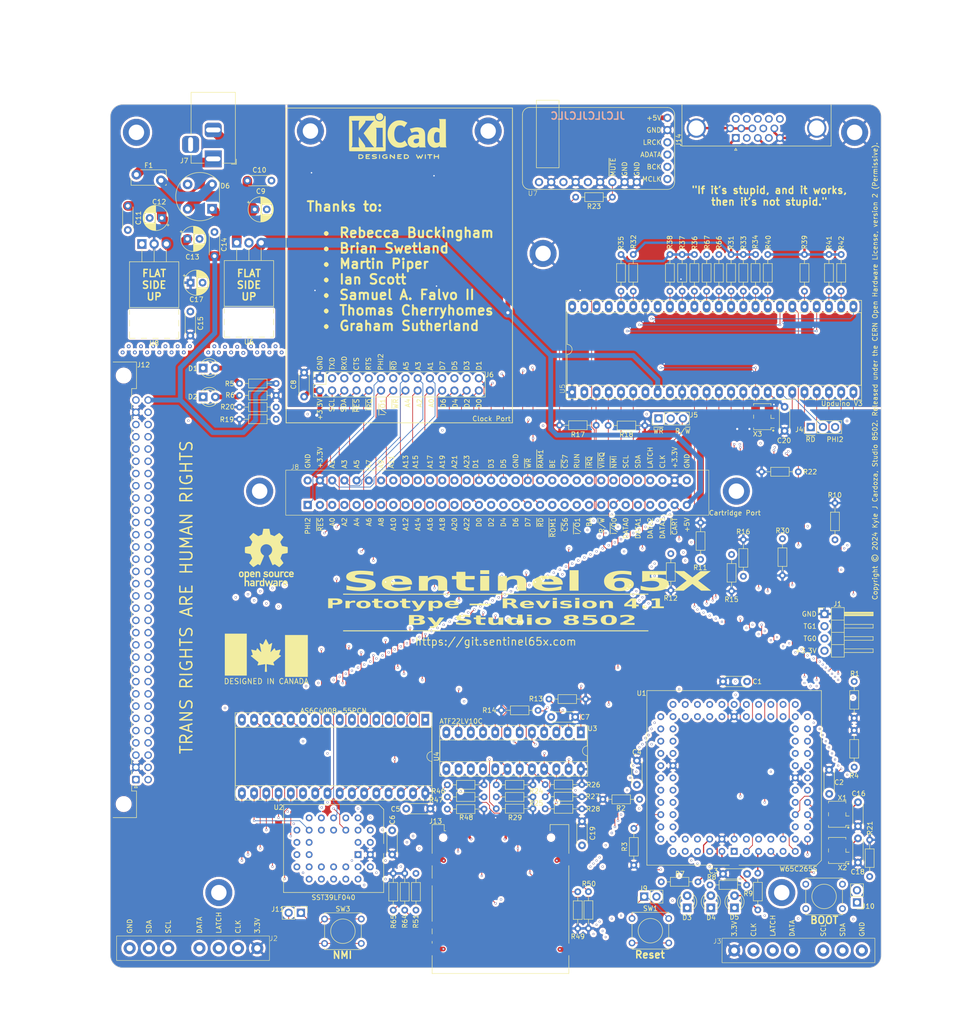
<source format=kicad_pcb>
(kicad_pcb
	(version 20240108)
	(generator "pcbnew")
	(generator_version "8.0")
	(general
		(thickness 1.6)
		(legacy_teardrops no)
	)
	(paper "A3")
	(layers
		(0 "F.Cu" signal "F.Cu (SMD)")
		(1 "In1.Cu" power "In1.Cu (GND)")
		(2 "In2.Cu" signal "In2.Cu (N-S)")
		(31 "B.Cu" signal "B.Cu (MISC)")
		(32 "B.Adhes" user "B.Adhesive")
		(33 "F.Adhes" user "F.Adhesive")
		(34 "B.Paste" user)
		(35 "F.Paste" user)
		(36 "B.SilkS" user "B.Silkscreen")
		(37 "F.SilkS" user "F.Silkscreen")
		(38 "B.Mask" user)
		(39 "F.Mask" user)
		(40 "Dwgs.User" user "User.Drawings")
		(41 "Cmts.User" user "User.Comments")
		(42 "Eco1.User" user "User.Eco1")
		(43 "Eco2.User" user "User.Eco2")
		(44 "Edge.Cuts" user)
		(45 "Margin" user)
		(46 "B.CrtYd" user "B.Courtyard")
		(47 "F.CrtYd" user "F.Courtyard")
		(48 "B.Fab" user)
		(49 "F.Fab" user)
		(50 "User.1" user)
		(51 "User.2" user)
		(52 "User.3" user)
		(53 "User.4" user)
		(54 "User.5" user)
		(55 "User.6" user)
		(56 "User.7" user)
		(57 "User.8" user)
		(58 "User.9" user)
	)
	(setup
		(stackup
			(layer "F.SilkS"
				(type "Top Silk Screen")
				(color "White")
			)
			(layer "F.Paste"
				(type "Top Solder Paste")
			)
			(layer "F.Mask"
				(type "Top Solder Mask")
				(color "Green")
				(thickness 0.01)
			)
			(layer "F.Cu"
				(type "copper")
				(thickness 0.035)
			)
			(layer "dielectric 1"
				(type "prepreg")
				(thickness 0.1)
				(material "FR4")
				(epsilon_r 4.5)
				(loss_tangent 0.02)
			)
			(layer "In1.Cu"
				(type "copper")
				(thickness 0.035)
			)
			(layer "dielectric 2"
				(type "core")
				(thickness 1.24)
				(material "FR4")
				(epsilon_r 4.5)
				(loss_tangent 0.02)
			)
			(layer "In2.Cu"
				(type "copper")
				(thickness 0.035)
			)
			(layer "dielectric 3"
				(type "prepreg")
				(thickness 0.1)
				(material "FR4")
				(epsilon_r 4.5)
				(loss_tangent 0.02)
			)
			(layer "B.Cu"
				(type "copper")
				(thickness 0.035)
			)
			(layer "B.Mask"
				(type "Bottom Solder Mask")
				(color "Green")
				(thickness 0.01)
			)
			(layer "B.Paste"
				(type "Bottom Solder Paste")
			)
			(layer "B.SilkS"
				(type "Bottom Silk Screen")
				(color "White")
			)
			(copper_finish "None")
			(dielectric_constraints no)
		)
		(pad_to_mask_clearance 0)
		(allow_soldermask_bridges_in_footprints no)
		(grid_origin 123.070534 52.442679)
		(pcbplotparams
			(layerselection 0x00010fc_ffffffff)
			(plot_on_all_layers_selection 0x0000000_00000000)
			(disableapertmacros no)
			(usegerberextensions no)
			(usegerberattributes yes)
			(usegerberadvancedattributes yes)
			(creategerberjobfile yes)
			(dashed_line_dash_ratio 12.000000)
			(dashed_line_gap_ratio 3.000000)
			(svgprecision 4)
			(plotframeref no)
			(viasonmask no)
			(mode 1)
			(useauxorigin no)
			(hpglpennumber 1)
			(hpglpenspeed 20)
			(hpglpendiameter 15.000000)
			(pdf_front_fp_property_popups yes)
			(pdf_back_fp_property_popups yes)
			(dxfpolygonmode yes)
			(dxfimperialunits yes)
			(dxfusepcbnewfont yes)
			(psnegative no)
			(psa4output no)
			(plotreference yes)
			(plotvalue yes)
			(plotfptext yes)
			(plotinvisibletext no)
			(sketchpadsonfab no)
			(subtractmaskfromsilk no)
			(outputformat 1)
			(mirror no)
			(drillshape 0)
			(scaleselection 1)
			(outputdirectory "production/")
		)
	)
	(net 0 "")
	(net 1 "GND")
	(net 2 "+3.3V")
	(net 3 "/A1")
	(net 4 "/A3")
	(net 5 "/A5")
	(net 6 "/A7")
	(net 7 "/A9")
	(net 8 "/A11")
	(net 9 "/A13")
	(net 10 "/A15")
	(net 11 "/A17")
	(net 12 "/A19")
	(net 13 "/A21")
	(net 14 "/A23")
	(net 15 "/D1")
	(net 16 "/D3")
	(net 17 "/D5")
	(net 18 "/~{WR}")
	(net 19 "/BE")
	(net 20 "/RUN")
	(net 21 "/~{IRQ}")
	(net 22 "/~{VIRQ}")
	(net 23 "/~{NMI}")
	(net 24 "/I2C_SCL")
	(net 25 "/I2C_SDA")
	(net 26 "/SNES_LATCH")
	(net 27 "/SNES_CLK")
	(net 28 "/PHI2")
	(net 29 "/~{RES}")
	(net 30 "/A0")
	(net 31 "/A2")
	(net 32 "/A4")
	(net 33 "/A6")
	(net 34 "/A8")
	(net 35 "/A10")
	(net 36 "/A12")
	(net 37 "/A14")
	(net 38 "/A16")
	(net 39 "/A18")
	(net 40 "/A20")
	(net 41 "/A22")
	(net 42 "/D0")
	(net 43 "/D2")
	(net 44 "/D4")
	(net 45 "/D6")
	(net 46 "/D7")
	(net 47 "/~{RD}")
	(net 48 "/~{CS}6")
	(net 49 "/~{I{slash}O}1")
	(net 50 "/BA")
	(net 51 "/R{slash}~{W}")
	(net 52 "/~{I{slash}O}0")
	(net 53 "/SNES_DATA0")
	(net 54 "/SNES_DATA1")
	(net 55 "/SNES_DATA2")
	(net 56 "/SNES_DATA3")
	(net 57 "/MOSI")
	(net 58 "/RTS")
	(net 59 "/CTS")
	(net 60 "/BL1")
	(net 61 "/~{BOOT_SEL}")
	(net 62 "/RXD")
	(net 63 "/TXD")
	(net 64 "/FCLK")
	(net 65 "/CLK")
	(net 66 "/SCK")
	(net 67 "/~{CS}4")
	(net 68 "/~{CS}5")
	(net 69 "/~{CS}7")
	(net 70 "/~{FPGA_RESET}")
	(net 71 "/CDONE")
	(net 72 "/MISO")
	(net 73 "/~{SD_SS}")
	(net 74 "/~{ROM}0")
	(net 75 "/~{RAM}0")
	(net 76 "Net-(D1-A)")
	(net 77 "Net-(D3-A)")
	(net 78 "/~{RAM}1")
	(net 79 "/~{ROM}1")
	(net 80 "/VERA_18")
	(net 81 "+5V")
	(net 82 "/SYSCLK")
	(net 83 "/R0")
	(net 84 "/R2")
	(net 85 "/R1")
	(net 86 "/G0")
	(net 87 "/R3")
	(net 88 "/G2")
	(net 89 "/G1")
	(net 90 "/B0")
	(net 91 "/G3")
	(net 92 "/B2")
	(net 93 "/B1")
	(net 94 "/HSYNC")
	(net 95 "/B3")
	(net 96 "/VSYNC")
	(net 97 "/BCK")
	(net 98 "/ADATA")
	(net 99 "/LRCK")
	(net 100 "/BLUE")
	(net 101 "/GREEN")
	(net 102 "/RED")
	(net 103 "Net-(D2-A)")
	(net 104 "Net-(D4-A)")
	(net 105 "Net-(D5-A)")
	(net 106 "/BL2")
	(net 107 "/BL3")
	(net 108 "/VERA_7")
	(net 109 "Net-(D6-+)")
	(net 110 "unconnected-(J7-MountPin-Pad3)")
	(net 111 "unconnected-(J12-Pin_b31-Padb31)")
	(net 112 "Net-(J13-DAT1)")
	(net 113 "Net-(J13-DAT2)")
	(net 114 "unconnected-(J14-Pad11)")
	(net 115 "unconnected-(J14-Pad4)")
	(net 116 "unconnected-(J14-Pad15)")
	(net 117 "unconnected-(J14-Pad9)")
	(net 118 "unconnected-(U1A-~{FCLKO}-Pad15)")
	(net 119 "unconnected-(U1A-RUN-Pad14)")
	(net 120 "unconnected-(U1A-BA-Pad21)")
	(net 121 "unconnected-(U1A-~{CLKO}-Pad19)")
	(net 122 "unconnected-(U5-+3.3V-Pad9)")
	(net 123 "unconnected-(U5-FLASH_MISO-Pad45)")
	(net 124 "unconnected-(U5-CLK_12M_EXT-Pad41)")
	(net 125 "unconnected-(U5-FT_SCK-Pad47)")
	(net 126 "unconnected-(U5-~{FT_SS}-Pad48)")
	(net 127 "unconnected-(U5-FLASH_MOSI-Pad46)")
	(net 128 "unconnected-(U5-VIO-Pad2)")
	(net 129 "unconnected-(J14-Pad12)")
	(net 130 "unconnected-(U3-IN-Pad13)")
	(net 131 "unconnected-(U3-I{slash}O-Pad16)")
	(net 132 "unconnected-(U3-I{slash}O-Pad15)")
	(net 133 "unconnected-(U3-I{slash}O-Pad17)")
	(net 134 "unconnected-(U3-I{slash}O-Pad14)")
	(net 135 "unconnected-(U7-A3V3-Pad11)")
	(net 136 "unconnected-(U7-ROUT-Pad9)")
	(net 137 "/~{CART}")
	(net 138 "/~{SD_WP}")
	(net 139 "/~{SD_CD}")
	(net 140 "unconnected-(U7-LOUT-Pad7)")
	(net 141 "/~{MUTE}")
	(net 142 "/TG0")
	(net 143 "/TG1")
	(net 144 "Net-(D6-Pad4)")
	(net 145 "Net-(D6-Pad2)")
	(net 146 "Net-(F1-Pad1)")
	(net 147 "Net-(J14-Pad13)")
	(net 148 "Net-(J14-Pad14)")
	(footprint "Resistor_THT:R_Axial_DIN0204_L3.6mm_D1.6mm_P7.62mm_Horizontal" (layer "F.Cu") (at 218.023531 149.586827 90))
	(footprint "Resistor_THT:R_Axial_DIN0204_L3.6mm_D1.6mm_P7.62mm_Horizontal" (layer "F.Cu") (at 156.55 197.875))
	(footprint "Capacitor_THT:C_Disc_D4.3mm_W1.9mm_P5.00mm" (layer "F.Cu") (at 195.918531 187.826827 -90))
	(footprint "Resistor_THT:R_Axial_DIN0204_L3.6mm_D1.6mm_P7.62mm_Horizontal" (layer "F.Cu") (at 207.855852 82.822679 -90))
	(footprint "Resistor_THT:R_Axial_DIN0204_L3.6mm_D1.6mm_P7.62mm_Horizontal" (layer "F.Cu") (at 202.775852 82.822679 -90))
	(footprint "Capacitor_THT:C_Disc_D4.3mm_W1.9mm_P5.00mm" (layer "F.Cu") (at 241.828173 208.96 90))
	(footprint "Resistor_THT:R_Axial_DIN0204_L3.6mm_D1.6mm_P7.62mm_Horizontal" (layer "F.Cu") (at 229.434306 127.897878 180))
	(footprint "Resistor_THT:R_Axial_DIN0204_L3.6mm_D1.6mm_P7.62mm_Horizontal" (layer "F.Cu") (at 188.846198 195.85349))
	(footprint "Symbol:OSHW-Logo_11.4x12mm_SilkScreen" (layer "F.Cu") (at 118.942135 145.687679))
	(footprint "Resistor_THT:R_Axial_DIN0204_L3.6mm_D1.6mm_P7.62mm_Horizontal" (layer "F.Cu") (at 210.395852 82.822679 -90))
	(footprint "Capacitor_THT:C_Disc_D4.3mm_W1.9mm_P5.00mm" (layer "F.Cu") (at 184.518267 200.4066 -90))
	(footprint "Resistor_THT:R_Axial_DIN0204_L3.6mm_D1.6mm_P7.62mm_Horizontal" (layer "F.Cu") (at 175.381704 177.395358 180))
	(footprint "Connector:SNES Controller Port (Female, 90º, THT)" (layer "F.Cu") (at 101.832102 226.745 180))
	(footprint "Capacitor_THT:C_Disc_D4.3mm_W1.9mm_P5.00mm" (layer "F.Cu") (at 90.193531 72.741827 -90))
	(footprint "Connector_PinHeader_2.54mm:PinHeader_1x04_P2.54mm_Horizontal" (layer "F.Cu") (at 234.87 157.4))
	(footprint "Capacitor_THT:C_Disc_D4.3mm_W1.9mm_P5.00mm" (layer "F.Cu") (at 226.588173 119.423531 90))
	(footprint "Connector_Card:SD_Hirose_DM1AA_SF_PEJ82" (layer "F.Cu") (at 167.589126 216.546139))
	(footprint "Connector_BarrelJack:BarrelJack_Horizontal" (layer "F.Cu") (at 107.928531 62.981827 -90))
	(footprint "MountingHole:MountingHole_3.2mm_M3_DIN965_Pad" (layer "F.Cu") (at 128.117172 57.207679))
	(footprint "Resistor_THT:R_Axial_DIN0204_L3.6mm_D1.6mm_P7.62mm_Horizontal" (layer "F.Cu") (at 166.71 195.36))
	(footprint "Capacitor_THT:C_Disc_D4.3mm_W1.9mm_P5.00mm" (layer "F.Cu") (at 241.828173 201.453531 90))
	(footprint "Capacitor_THT:C_Disc_D4.3mm_W1.9mm_P5.00mm" (layer "F.Cu") (at 103.177518 99.659624 90))
	(footprint "Connector_PinHeader_2.54mm:PinHeader_1x02_P2.54mm_Vertical" (layer "F.Cu") (at 241.623621 217.254071 180))
	(footprint "Oscillator:Oscillator_SMD_EuroQuartz_XO53-4Pin_5.0x3.2mm_HandSoldering" (layer "F.Cu") (at 221.955852 116.463392 90))
	(footprint "Connector_DIN:DIN41612_Q_2x32_Female_Horizontal_THT"
		(layer "F.Cu")
		(uuid "4796905e-545d-47e7-ab3c-4a0391ef238b")
		(at 91.870035 191.757726 90)
		(descr "DIN41612 connector, type Q, Horizontal, 2 rows 32 pins wide, https://www.erni-x-press.com/de/downloads/kataloge/englische_kataloge/erni-din41612-iec60603-2-e.pdf")
		(tags "DIN 41612 IEC 60603 Q")
		(property "Reference" "J12"
			(at 86.035275 1.575998 180)
			(layer "F.SilkS")
			(uuid "3147520f-efe1-47e3-83c3-f1cbfa6f40da")
			(effects
				(font
					(size 1 1)
					(thickness 0.15)
				)
			)
		)
		(property "Value" "2x32 2.54mm Card Edge Connector"
			(at 39.37 5.08 90)
			(layer "F.Fab")
			(uuid "460ab21f-55ac-4006-88f6-2a4fcd5f48d4")
			(effects
				(font
					(size 1 1)
					(thickness 0.15)
				)
			)
		)
		(property "Footprint" "Connector_DIN:DIN41612_Q_2x32_Female_Horizontal_THT"
			(at 0 0 90)
			(unlocked yes)
			(layer "F.Fab")
			(hide yes)
			(uuid "68b91694-c84d-416f-8be9-4d102803f0a5")
			(effects
				(font
					(size 1.27 1.27)
				)
			)
		)
		(property "Datasheet" ""
			(at 0 0 90)
			(unlocked yes)
			(layer "F.Fab")
			(hide yes)
			(uuid "a5472bb5-8749-4a9c-a9fc-6ef21a2866c8")
			(effects
				(font
					(size 1.27 1.27)
				)
			)
		)
		(property "Description" ""
			(at 0 0 90)
			(unlocked yes)
			(layer "F.Fab")
			(hide yes)
			(uuid "b8541c19-48a0-4b35-ab92-b95b147f1475")
			(effects
				(font
					(size 1.27 1.27)
				)
			)
		)
		(property ki_fp_filters "Connector*:*_2x??_*")
		(path "/4681393f-742b-42eb-929f-821923816de7")
		(sheetname "Root")
		(sheetfile "Prototype 4 (PTH).kicad_sch")
		(attr through_hole)
		(fp_line
			(start 86.63 -4.74)
			(end 86.63 0.12)
			(stroke
				(width 0.12)
				(type solid)
			)
			(layer "F.SilkS")
			(uuid "e37bfdbe-aa4e-4e7a-b38c-4084bd7aa22b")
		)
		(fp_line
			(start -7.89 -4.74)
			(end -7.89 0.12)
			(stroke
				(width 0.12)
				(type solid)
			)
			(layer "F.SilkS")
			(uuid "9a11338f-9221-4ff0-b08b-cb3fdd09c15c")
		)
		(fp_line
			(start 79.48 -0.88)
			(end 81.11 -0.88)
			(stroke
				(width 0.12)
				(type solid)
			)
			(layer "F.SilkS")
			(uuid "a8f5956e-cb54-4e72-be0c-1173d4e57dd0")
		)
		(fp_line
			(start 76.94 -0.88)
			(end 78.001 -0.88)
			(stroke
				(width 0.12)
				(type solid)
			)
			(layer "F.SilkS")
			(uuid "c7d771dc-4f4a-43af-bb90-a41b477b51b5")
		)
		(fp_line
			(start 74.4 -0.88)
			(end 75.461 -0.88)
			(stroke
				(width 0.12)
				(type solid)
			)
			(layer "F.SilkS")
			(uuid "b93afc94-c560-4a43-8f70-1f2b7ebeca0b")
		)
		(fp_line
			(start 71.86 -0.88)
			(end 72.921 -0.88)
			(stroke
				(width 0.12)
				(type solid)
			)
			(layer "F.SilkS")
			(uuid "b82bd271-e7ec-4b75-9c96-486950168262")
		)
		(fp_line
			(start 69.32 -0.88)
			(end 70.381 -0.88)
			(stroke
				(width 0.12)
				(type solid)
			)
			(layer "F.SilkS")
			(uuid "1e7bd1cd-7cc4-47bb-8f68-12c1e7e5d43f")
		)
		(fp_line
			(start 66.78 -0.88)
			(end 67.841 -0.88)
			(stroke
				(width 0.12)
				(type solid)
			)
			(layer "F.SilkS")
			(uuid "5991fe22-b272-4730-8e8b-f9c13b45f09d")
		)
		(fp_line
			(start 64.24 -0.88)
			(end 65.301 -0.88)
			(stroke
				(width 0.12)
				(type solid)
			)
			(layer "F.SilkS")
			(uuid "eaa8f3fc-efe6-408a-ba21-62fe624f950c")
		)
		(fp_line
			(start 61.7 -0.88)
			(end 62.761 -0.88)
			(stroke
				(width 0.12)
				(type solid)
			)
			(layer "F.SilkS")
			(uuid "bd3e0d16-6c41-4ef7-9098-e736cd66e7cb")
		)
		(fp_line
			(start 59.16 -0.88)
			(end 60.221 -0.88)
			(stroke
				(width 0.12)
				(type solid)
			)
			(layer "F.SilkS")
			(uuid "b6b58201-5667-496b-97e8-207e01d90c32")
		)
		(fp_line
			(start 56.62 -0.88)
			(end 57.681 -0.88)
			(stroke
				(width 0.12)
				(type solid)
			)
			(layer "F.SilkS")
			(uuid "63fc2212-d4cb-455a-9a45-f0534e22a748")
		)
		(fp_line
			(start 54.08 -0.88)
			(end 55.141 -0.88)
			(stroke
				(width 0.12)
				(type solid)
			)
			(layer "F.SilkS")
			(uuid "4f470925-3942-4bcf-8b70-918205bb2657")
		)
		(fp_line
			(start 51.54 -0.88)
			(end 52.601 -0.88)
			(stroke
				(width 0.12)
				(type solid)
			)
			(layer "F.SilkS")
			(uuid "428a7cb4-cf53-4442-90e7-3eb48fe2ada7")
		)
		(fp_line
			(start 49 -0.88)
			(end 50.061 -0.88)
			(stroke
				(width 0.12)
				(type solid)
			)
			(layer "F.SilkS")
			(uuid "ca9bab21-2283-439c-81d9-abb80a57487e")
		)
		(fp_line
			(start 46.46 -0.88)
			(end 47.521 -0.88)
			(stroke
				(width 0.12)
				(type solid)
			)
			(layer "F.SilkS")
			(uuid "f4747bc9-766c-42ac-a57a-840c33a83526")
		)
		(fp_line
			(start 43.92 -0.88)
			(end 44.981 -0.88)
			(stroke
				(width 0.12)
				(type solid)
			)
			(layer "F.SilkS")
			(uuid "153079a4-7c0e-472a-bdb4-f246130071ff")
		)
		(fp_line
			(start 41.38 -0.88)
			(end 42.441 -0.88)
			(stroke
				(width 0.12)
				(type solid)
			)
			(layer "F.SilkS")
			(uuid "13043880-ab7a-4f11-aee2-5fe5129379b6")
		)
		(fp_line
			(start 38.84 -0.88)
			(end 39.901 -0.88)
			(stroke
				(width 0.12)
				(type solid)
			)
			(layer "F.SilkS")
			(uuid "59e1ae9e-9138-4ef4-a94f-23211b0b6c04")
		)
		(fp_line
			(start 36.3 -0.88)
			(end 37.361 -0.88)
			(stroke
				(width 0.12)
				(type solid)
			)
			(layer "F.SilkS")
			(uuid "6d7808c5-092d-4537-8129-ff5e054b5e1b")
		)
		(fp_line
			(start 33.76 -0.88)
			(end 34.821 -0.88)
			(stroke
				(width 0.12)
				(type solid)
			)
			(layer "F.SilkS")
			(uuid "165ead0c-e983-4065-8275-b820538d1d0e")
		)
		(fp_line
			(start 31.22 -0.88)
			(end 32.281 -0.88)
			(stroke
				(width 0.12)
				(type solid)
			)
			(layer "F.SilkS")
			(uuid "21c0ecf0-3cef-4285-afdb-bfe875b62ca2")
		)
		(fp_line
			(start 28.68 -0.88)
			(end 29.741 -0.88)
			(stroke
				(width 0.12)
				(type solid)
			)
			(layer "F.SilkS")
			(uuid "6b4c2ef8-2be8-4712-aed1-ca0a5146b3c6")
		)
		(fp_line
			(start 26.14 -0.88)
			(end 27.201 -0.88)
			(stroke
				(width 0.12)
				(type solid)
			)
			(layer "F.SilkS")
			(uuid "99d5b90f-c589-43fc-90a7-9ebb015452c4")
		)
		(fp_line
			(start 23.6 -0.88)
			(end 24.661 -0.88)
			(stroke
				(width 0.12)
				(type solid)
			)
			(layer "F.SilkS")
			(uuid "310e7125-fdea-47fa-95dd-409c530131b1")
		)
		(fp_line
			(start 21.06 -0.88)
			(end 22.121 -0.88)
			(stroke
				(width 0.12)
				(type solid)
			)
			(layer "F.SilkS")
			(uuid "0a312960-4e97-4a6e-a109-263cf849ae87")
		)
		(fp_line
			(start 18.52 -0.88)
			(end 19.581 -0.88)
			(stroke
				(width 0.12)
				(type solid)
			)
			(layer "F.SilkS")
			(uuid "15f3ecbe-0e26-484f-bfde-7c122ccf50e5")
		)
		(fp_line
			(start 15.98 -0.88)
			(end 17.041 -0.88)
			(stroke
				(width 0.12)
				(type solid)
			)
			(layer "F.SilkS")
			(uuid "00c8c7bf-d724-4f17-ae64-36370505aa84")
		)
		(fp_line
			(start 13.44 -0.88)
			(end 14.501 -0.88)
			(stroke
				(width 0.12)
				(type solid)
			)
			(layer "F.SilkS")
			(uuid "4b8b8d2b-3acd-47f3-91f8-33624928e597")
		)
		(fp_line
			(start 10.9 -0.88)
			(end 11.961 -0.88)
			(stroke
				(width 0.12)
				(type solid)
			)
			(layer "F.SilkS")
			(uuid "5739cbd1-b417-4418-9ae3-79dd21919146")
		)
		(fp_line
			(start 8.36 -0.88)
			(end 9.421 -0.88)
			(stroke
				(width 0.12)
				(type solid)
			)
			(layer "F.SilkS")
			(uuid "dfb1be9b-6235-4c7f-9909-4204ec5a7909")
		)
		(fp_line
			(start 5.82 -0.88)
			(end 6.881 -0.88)
			(stroke
				(width 0.12)
				(type solid)
			)
			(layer "F.SilkS")
			(uuid "cc7cb10c-392f-436d-ad86-dbb1de4eaa44")
		)
		(fp_line
			(start 3.28 -0.88)
			(end 4.341 -0.88)
			(stroke
				(width 0.12)
				(type solid)
			)
			(layer "F.SilkS")
			(uuid "7668026d-57d6-454c-9849-4d1b10728812")
		)
		(fp_line
			(start 1.095 -0.88)
			(end 1.801 -0.88)
			(stroke
				(width 0.12)
				(type solid)
			)
			(layer "F.SilkS")
			(uuid "eae06709-634d-4934-bf7f-eeee23dbe72e")
		)
		(fp_line
			(start -2.371 -0.88)
			(end -1.095 -0.88)
			(stroke
				(width 0.12)
				(type solid)
			)
			(layer "F.SilkS")
			(uuid "c553fa5f-b93d-4b3e-9050-0eaacdb56e5d")
		)
		(fp_line
			(start -1.695 -0.3)
			(end -1.695 0.3)
			(stroke
				(width 0.12)
				(type solid)
			)
			(layer "F.SilkS")
			(uuid "9d553236-9264-4420-9fdd-c999c1bbc1f2")
		)
		(fp_line
			(start -1.095 0)
			(end -1.695 -0.3)
			(stroke
				(width 0.12)
				(type solid)
			)
			(layer "F.SilkS")
			(uuid "05ee797a-5816-4a83-8976-de64683f0a4a")
		)
		(fp_line
			(start 86.63 0.12)
			(end 81.11 0.12)
			(stroke
				(width 0.12)
				(type solid)
			)
			(layer "F.SilkS")
			(uuid "e521e747-6226-48e7-87c8-615a2f7dc7fd")
		)
		(fp_line
			(start 81.11 0.12)
			(end 81.11 -0.88)
			(stroke
				(width 0.12)
				(type solid)
			)
			(layer "F.SilkS")
			(uuid "2b3769c8-ad86-4991-a496-3a2461e09e0a")
		)
		(fp_line
			(start -2.37 0.12)
			(end -2.37 -0.88)
			(stroke
				(width 0.12)
				(type solid)
			)
			(layer "F.SilkS")
			(uuid "3c189594-2d59-44d3-9762-2af6e530ebd1")
		)
		(fp_line
			(start -7.89 0.12)
			(end -2.37 0.12)
			(stroke
				(width 0.12)
				(type solid)
			)
			(layer "F.SilkS")
			(uuid "b74117f4-b35b-4e2e-8039-5616ac102d34")
		)
		(fp_line
			(start -1.695 0.3)
			(end -1.095 0)
			(stroke
				(width 0.12)
				(type solid)
			)
			(layer "F.SilkS")
			(uuid "3adb8fe0-fd50-4e63-a537-ea7f93227d38")
		)
		(fp_line
			(start -7.63 -5.3)
			(end 86.37 -5.3)
			(stroke
				(width 0.08)
				(type solid)
			)
			(layer "Dwgs.User")
			(uuid "01d4773a-e5ab-4b90-86df-7724416afb4e")
		)
		(fp_line
			(start 39.17 -5.9)
			(end 39.37 -5.4)
			(stroke
				(width 0.1)
				(type solid)
			)
			(layer "Cmts.User")
			(uuid "c11294b0-6452-455a-9e73-b24b81dc232a")
		)
		(fp_line
			(start 39.37 -5.4)
			(end 39.37 -6.7)
			(stroke
				(width 0.1)
				(type solid)
			)
			(layer "Cmts.User")
			(uuid "f0ef1bc5-54e8-4a8f-bac5-b86b9b3eef09")
		)
		(fp_line
			(start 39.37 -5.4)
			(end 39.57 -5.9)
			(stroke
				(width 0.1)
				(type solid)
			)
			(layer "Cmts.User")
			(uuid "6d810a53-ce8d-4ec8-b6db-eeff04c92f07")
		)
		(fp_line
			(start 86.87 -13.23)
			(end -8.13 -13.23)
			(stroke
				(width 0.05)
				(type solid)
			)
			(layer "F.CrtYd")
			(uuid "6d5e5cc6-12a2-407c-ab3f-c21df615bcc9")
		)
		(fp_line
			(start -8.13 -13.23)
			(end -8.13 0.37)
			(stroke
				(width 0.05)
				(type solid)
			)
			(layer "F.CrtYd")
			(uuid "ae86f865-f12e-4a82-b568-2c5c54a4c9a7")
		)
		(fp_line
			(start 86.87 0.37)
			(end 86.87 -13.23)
			(stroke
				(width 0.05)
				(type solid)
			)
			(layer "F.CrtYd")
			(uuid "a401a59d-8df3-426e-b78a-65fa1901ecc8")
		)
		(fp_line
			(start 80.02 0.37)
			(end 86.87 0.37)
			(stroke
				(width 0.05)
				(type solid)
			)
			(layer "F.CrtYd")
			(uuid "ae76c34b-7004-477a-a1d3-3d03405947b3")
		)
		(fp_line
			(start -1.27 0.37)
			(end -1.27 3.82)
			(stroke
				(width 0.05)
				(type solid)
			)
			(layer "F.CrtYd")
			(uuid "e403e15b-e0c1-4fad-91ba-6620508eaf51")
		)
		(fp_line
			(start -8.13 0.37)
			(end -1.27 0.37)
			(stroke
				(width 0.05)
				(type solid)
			)
			(layer "F.CrtYd")
			(uuid "bdcebc08-9438-4896-bc18-2cfd903feef6")
		)
		(fp_line
			(start 80.02 3.82)
			(end 80.02 0.37)
			(stroke
				(width 0.05)
				(type solid)
			)
			(layer "F.CrtYd")
			(uuid "3e114955-cf8f-42dc-b2ba-f1ee168c9281")
		)
		(fp_line
			(start -1.27 3.82)
			(end 80.02 3.82)
			(stroke
				(width 0.05)
				(type solid)
			)
			(layer "F.CrtYd")
			(uuid "818444f8-5a4d-4c8f-9239-be44b60f1f17")
		)
		(fp_line
			(start 83.12 -12.74)
			(end -4.38 -12.74)
			(stroke
				(width 0.1)
				(type solid)
			)
			(layer "F.Fab")
			(uuid "f56fccbf-b980-4922-bb7a-da7b0946fd55")
		)
		(fp_line
			(start -4.38 -12.74)
			(end -4.38 -6.74)
			(stroke
				(width 0.1)
				(type solid)
			)
			(layer "F.Fab")
			(uuid "793323a6-cf22-4daf-8755-2f8f3011e990")
		)
		(fp_line
			(start 86.37 -6.74)
			(end 83.12 -6.74)
			(stroke
				(width 0.1)
				(type solid)
			)
			(layer "F.Fab")
			(uuid "aae55c40-0450-4d0c-a378-4690ee3a0959")
		)
		(fp_line
			(start 83.12 -6.74)
			(end 83.12 -12.74)
			(stroke
				(width 0.1)
				(type solid)
			)
			(layer "F.Fab")
			(uuid "ea973c53-f7f3-41e5-9f6c-939a0e4acefb")
		)
		(fp_line
			(start -4.38 -6.74)
			(end -7.63 -6.74)
			(stroke
				(width 0.1)
				(type solid)
			)
			(layer "F.Fab")
			(uuid "4f5fc12d-1ae4-4539-95f3-eca0a92fddca")
		)
		(fp_line
			(start -7.63 -6.74)
			(end -7.63 -0.14)
			(stroke
				(width 0.1)
				(type solid)
			)
			(layer "F.Fab")
			(uuid "3a0db69c-3f14-4200-8b2b-e4d68deef3d1")
		)
		(fp_line
			(start 0.5 -2.04)
			(end 0 -1.34)
			(stroke
				(width 0.1)
				(type solid)
			)
			(layer "F.Fab")
			(uuid "b90edce4-dbf7-489e-ab0e-a6f0f8bb7591")
		)
		(fp_line
			(start -0.5 -2.04)
			(end 0.5 -2.04)
			(stroke
				(width 0.1)
				(type solid)
			)
			(layer "F.Fab")
			(uuid "bf39c712-9129-444c-9dde-c1304cfd853c")
		)
		(fp_line
			(start 0 -1.34)
			(end -0.5 -2.04)
			(stroke
				(width 0.1)
				(type solid)
			)
			(layer "F.Fab")
			(uuid "53f3ed1c-1de9-46fa-9099-4ddfc96e7e3b")
		)
		(fp_line
			(start 81.37 -1.14)
			(end 81.37 -0.14)
			(stroke
				(width 0.1)
				(type solid)
			)
			(layer "F.Fab")
			(uuid "44ea264a-484e-45ae-8b8d-ece22adbfb9b")
		)
		(fp_line
			(start -2.63 -1.14)
			(end 81.37 -1.14)
			(stroke
				(width 0.1)
				(type solid)
			)
			(layer "F.Fab")
			(uuid "569739db-6dab-4071-a2b5-617dd29ce745")
		)
		(fp_line
			(start 86.37 -0.14)
			(end 86.37 -6.74)
			(stroke
				(width 0.1)
				(type solid)
			)
			(layer "F.Fab")
			(uuid "c3d11073-ebfc-4c36-ae1e-669928ee98d8")
		)
		(fp_line
			(start 81.37 -0.14)
			(end 86.37 -0.14)
			(stroke
				(width 0.1)
				(type solid)
			)
			(layer "F.Fab")
			(uuid "8fc77ef0-36ed-41a4-a2dc-f4d9d0385365")
		)
		(fp_line
			(start -2.63 -0.14)
			(end -2.63 -1.14)
			(stroke
				(width 0.1)
				(type solid)
			)
			(layer "F.Fab")
			(uuid "315a0838-fabf-480b-80bc-28303e309f3d")
		)
		(fp_line
			(start -7.63 -0.14)
			(end -2.63 -0.14)
			(stroke
				(width 0.1)
				(type solid)
			)
			(layer "F.Fab")
			(uuid "7d920841-39e6-4de4-a77e-c55a73aadc89")
		)
		(fp_text user "Board edge"
			(at 39.37 -7.3 90)
			(layer "Cmts.User")
			(uuid "0bbed01b-54e9-408e-bdc9-4bc5007b399e")
			(effects
				(font
					(size 0.7 0.7)
					(thickness 0.1)
				)
			)
		)
		(fp_text user "${REFERENCE}"
			(at 39.37 -2.54 90)
			(layer "F.Fab")
			(uuid "dbaf2fbb-e03b-407c-9582-2f7df9a5bfbe")
			(effects
				(font
					(size 1 1)
					(thickness 0.15)
				)
			)
		)
		(pad "" np_thru_hole circle
			(at -5.08 -2.54 90)
			(size 2.85 2.85)
			(drill 2.85)
			(layers "*.Cu" "*.Mask")
			(uuid "4bf94aad-3f8a-484b-8a8a-92bec71d1cf0")
		)
		(pad "" np_thru_hole circle
			(at 83.82 -2.54 90)
			(size 2.85 2.85)
			(drill 2.85)
			(layers "*.Cu" "*.Mask")
			(uuid "fdc44e25-182a-413a-b071-dc01ec0b62d0")
		)
		(pad "a1" thru_hole roundrect
			(at 0 0 90)
			(size 1.55 1.55)
			(drill 1)
			(layers "*.Cu" "*.Mask")
			(remove_unused_layers no)
			(roundrect_rratio 0.16129)
			(net 1 "GND")
			(pinfunction "Pin_a1")
			(pintype "passive")
			(uuid "b6a27308-e759-4291-b18c-305f8fee13ea")
		)
		(pad "a2" thru_hole circle
			(at 2.54 0 90)
			(size 1.55 1.55)
			(drill 1)
			(layers "*.Cu" "*.Mask")
			(remove_unused_layers no)
			(net 2 "+3.3V")
			(pinfunction "Pin_a2")
			(pintype "passive")
			(uuid "9415aa9f-b803-4eea-94fe-2eb4c38718c1")
		)
		(pad "a3" thru_hole circle
			(at 5.08 0 90)
			(size 1.55 1.55)
			(drill 1)
			(layers "*.Cu" "*.Mask")
			(remove_unused_layers no)
			(net 3 "/A1")
			(pinfunction "Pin_a3")
			(pintype "passive")
			(uuid "744759c2-4fa2-4ea3-a14a-0ab8a34c3e74")
		)
		(pad "a4" thru_hole circle
			(at 7.62 0 90)
			(size 1.55 1.55)
			(drill 1)
			(layers "*.Cu" "*.Mask")
			(remove_unused_layers no)
			(net 4 "/A3")
			(pinfunction "Pin_a4")
			(pintype "passive")
			(uuid "567a3b6c-5f98-437e-8c94-92a75519b790")
		)
		(pad "a5" thru_hole circle
			(at 10.16 0 90)
			(size 1.55 1.55)
			(drill 1)
			(layers "*.Cu" "*.Mask")
			(remove_unused_layers no)
			(net 5 "/A5")
			(pinfunction "Pin_a5")
			(pintype "passive")
			(uuid "7fa3b9aa-6933-46ac-8e49-a10d7185bea6")
		)
		(pad "a6" thru_hole circle
			(at 12.7 0 90)
			(size 1.55 1.55)
			(drill 1)
			(layers "*.Cu" "*.Mask")
			(remove_unused_layers no)
			(net 6 "/A7")
			(pinfunction "Pin_a6")
			(pintype "passive")
			(uuid "4978d0e0-b16d-457a-890d-79b4090414bd")
		)
		(pad "a7" thru_hole circle
			(at 15.24 0 90)
			(size 1.55 1.55)
			(drill 1)
			(layers "*.Cu" "*.Mask")
			(remove_unused_layers no)
			(net 7 "/A9")
			(pinfunction "Pin_a7")
			(pintype "passive")
			(uuid "a94f672e-4bfd-44e5-a614-9110cb7e239a")
		)
		(pad "a8" thru_hole circle
			(at 17.78 0 90)
			(size 1.55 1.55)
			(drill 1)
			(layers "*.Cu" "*.Mask")
			(remove_unused_layers no)
			(net 8 "/A11")
			(pinfunction "Pin_a8")
			(pintype "passive")
			(uuid "5004f37c-e385-42df-a798-46e484a58621")
		)
		(pad "a9" thru_hole circle
			(at 20.32 0 90)
			(size 1.55 1.55)
			(drill 1)
			(layers "*.Cu" "*.Mask")
			(remove_unused_layers no)
			(net 9 "/A13")
			(pinfunction "Pin_a9")
			(pintype "passive")
			(uuid "01e3a2c5-96c3-4688-8173-cc276fdbfbcb")
		)
		(pad "a10" thru_hole circle
			(at 22.86 0 90)
			(size 1.55 1.55)
			(drill 1)
			(layers "*.Cu" "*.Mask")
			(remove_unused_layers no)
			(net 10 "/A15")
			(pinfunction "Pin_a10")
			(pintype "passive")
			(uuid "7165b5dd-9af3-44e9-aca1-881a5bc21739")
		)
		(pad "a11" thru_hole circle
			(at 25.4 0 90)
			(size 1.55 1.55)
			(drill 1)
			(layers "*.Cu" "*.Mask")
			(remove_unused_layers no)
			(net 11 "/A17")
			(pinfunction "Pin_a11")
			(pintype "passive")
			(uuid "b48d62b5-f6f7-40ef-a0c3-7b5fbb7fbc94")
		)
		(pad "a12" thru_hole circle
			(at 27.94 0 90)
			(size 1.55 1.55)
			(drill 1
... [4999383 chars truncated]
</source>
